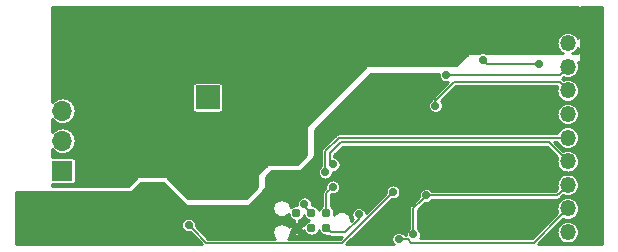
<source format=gbl>
G04 #@! TF.GenerationSoftware,KiCad,Pcbnew,5.1.4+dfsg1-1*
G04 #@! TF.CreationDate,2020-04-13T22:05:46+02:00*
G04 #@! TF.ProjectId,OtterIron_PRO_Bot,4f747465-7249-4726-9f6e-5f50524f5f42,rev?*
G04 #@! TF.SameCoordinates,Original*
G04 #@! TF.FileFunction,Copper,L2,Bot*
G04 #@! TF.FilePolarity,Positive*
%FSLAX46Y46*%
G04 Gerber Fmt 4.6, Leading zero omitted, Abs format (unit mm)*
G04 Created by KiCad (PCBNEW 5.1.4+dfsg1-1) date 2020-04-13 22:05:46*
%MOMM*%
%LPD*%
G04 APERTURE LIST*
%ADD10O,1.350000X1.350000*%
%ADD11R,1.350000X1.350000*%
%ADD12O,1.700000X1.700000*%
%ADD13R,1.700000X1.700000*%
%ADD14C,0.784860*%
%ADD15C,2.000000*%
%ADD16R,2.000000X2.000000*%
%ADD17C,0.700000*%
%ADD18C,0.154000*%
%ADD19C,0.254000*%
G04 APERTURE END LIST*
D10*
X96900000Y-119000000D03*
X96900000Y-117000000D03*
X96900000Y-115000000D03*
X96900000Y-113000000D03*
X96900000Y-111000000D03*
X96900000Y-109000000D03*
X96900000Y-107000000D03*
X96900000Y-105000000D03*
X96900000Y-103000000D03*
D11*
X96900000Y-101000000D03*
D12*
X54100000Y-106180000D03*
X54100000Y-108720000D03*
X54100000Y-111260000D03*
D13*
X54100000Y-113800000D03*
D14*
X73930000Y-117365000D03*
X73930000Y-118635000D03*
X75200000Y-117365000D03*
X75200000Y-118635000D03*
X76470000Y-117365000D03*
X76470000Y-118635000D03*
D15*
X66400000Y-102600000D03*
D16*
X66400000Y-107600000D03*
D17*
X92300000Y-117600000D03*
X92300000Y-116700000D03*
X92300000Y-115100000D03*
X92300000Y-114100000D03*
X56300000Y-117600000D03*
X55200000Y-117600000D03*
X57200000Y-118700000D03*
X86700000Y-118100000D03*
X87600000Y-119100000D03*
X84700000Y-119300000D03*
X80400000Y-119500000D03*
X53300000Y-118700000D03*
X62100000Y-118300000D03*
X60800000Y-118300000D03*
X70025000Y-112025000D03*
X70875000Y-111175000D03*
X91200000Y-110200000D03*
X89700000Y-114100000D03*
X88750000Y-114250000D03*
X89250000Y-117450000D03*
X90700000Y-119050000D03*
X94300000Y-118250000D03*
X95350000Y-114850000D03*
X95650000Y-119250000D03*
X94900000Y-109750000D03*
X94800000Y-107050000D03*
X92700000Y-107700000D03*
X90500000Y-107750000D03*
X89250000Y-108950000D03*
X87900000Y-107650000D03*
X86600000Y-109800000D03*
X84600000Y-112100000D03*
X81150000Y-112200000D03*
X81100000Y-115350000D03*
X85600000Y-114700000D03*
X82350000Y-107950000D03*
X83650000Y-107100000D03*
X79450000Y-109600000D03*
X77200000Y-110300000D03*
X75500000Y-113450000D03*
X74850000Y-115000000D03*
X72250000Y-114750000D03*
X69150000Y-117450000D03*
X65900000Y-117500000D03*
X62400000Y-115400000D03*
X60700000Y-115500000D03*
X50950000Y-116200000D03*
X51000000Y-119250000D03*
X70700000Y-118950000D03*
X79200000Y-119500000D03*
X94500000Y-104800000D03*
X89700000Y-104400000D03*
X79200000Y-117500000D03*
X76364124Y-113935876D03*
X77035876Y-113264124D03*
X82600000Y-119600000D03*
X74600000Y-116600000D03*
X77000000Y-115175998D03*
X86600000Y-105700000D03*
X64800000Y-118400000D03*
X82100002Y-115600000D03*
X84900000Y-115900000D03*
X83831010Y-119200000D03*
X85700000Y-108300000D03*
D18*
X94500000Y-104800000D02*
X90100000Y-104800000D01*
X90100000Y-104800000D02*
X89700000Y-104400000D01*
X76862429Y-119027429D02*
X78072571Y-119027429D01*
X76470000Y-118635000D02*
X76862429Y-119027429D01*
X78072571Y-119027429D02*
X79200000Y-117900000D01*
X79200000Y-117900000D02*
X79200000Y-117500000D01*
X76364124Y-112150204D02*
X77514328Y-111000000D01*
X95304000Y-111000000D02*
X96900000Y-111000000D01*
X77514328Y-111000000D02*
X95304000Y-111000000D01*
X76364124Y-113935876D02*
X76364124Y-112150204D01*
X77681672Y-111404000D02*
X95304000Y-111404000D01*
X76768124Y-112317548D02*
X77681672Y-111404000D01*
X95304000Y-111404000D02*
X96900000Y-113000000D01*
X77035876Y-113264124D02*
X76768124Y-112996372D01*
X76768124Y-112996372D02*
X76768124Y-112317548D01*
X96225001Y-117674999D02*
X96900000Y-117000000D01*
X94018999Y-119881001D02*
X96225001Y-117674999D01*
X83652129Y-119881001D02*
X94018999Y-119881001D01*
X82600000Y-119600000D02*
X83371128Y-119600000D01*
X83371128Y-119600000D02*
X83652129Y-119881001D01*
X75200000Y-117365000D02*
X74600000Y-116765000D01*
X74600000Y-116765000D02*
X74600000Y-116600000D01*
X76470000Y-117365000D02*
X76470000Y-115705998D01*
X76470000Y-115705998D02*
X77000000Y-115175998D01*
X96200000Y-105700000D02*
X96900000Y-105000000D01*
X86600000Y-105700000D02*
X96200000Y-105700000D01*
X81750003Y-115949999D02*
X82100002Y-115600000D01*
X77700000Y-119900000D02*
X77800002Y-119900000D01*
X77800002Y-119900000D02*
X81750003Y-115949999D01*
X65149999Y-118749999D02*
X64800000Y-118400000D01*
X77800000Y-119900000D02*
X66300000Y-119900000D01*
X66300000Y-119900000D02*
X65149999Y-118749999D01*
X83831010Y-119200000D02*
X83831010Y-116968990D01*
X84550001Y-116249999D02*
X84900000Y-115900000D01*
X83831010Y-116968990D02*
X84550001Y-116249999D01*
X96225001Y-115674999D02*
X96900000Y-115000000D01*
X84900000Y-115900000D02*
X96000000Y-115900000D01*
X96000000Y-115900000D02*
X96225001Y-115674999D01*
X96200000Y-106300000D02*
X96900000Y-107000000D01*
X87300000Y-106300000D02*
X96200000Y-106300000D01*
X85700000Y-108300000D02*
X85700000Y-107900000D01*
X85700000Y-107900000D02*
X87300000Y-106300000D01*
D19*
G36*
X97773000Y-102605254D02*
G01*
X97698730Y-102466305D01*
X97579264Y-102320736D01*
X97433695Y-102201270D01*
X97267615Y-102112498D01*
X97087409Y-102057833D01*
X96946959Y-102044000D01*
X96853041Y-102044000D01*
X96712591Y-102057833D01*
X96532385Y-102112498D01*
X96366305Y-102201270D01*
X96220736Y-102320736D01*
X96101270Y-102466305D01*
X96012498Y-102632385D01*
X95957833Y-102812591D01*
X95939375Y-103000000D01*
X95957833Y-103187409D01*
X96012498Y-103367615D01*
X96101270Y-103533695D01*
X96220736Y-103679264D01*
X96366305Y-103798730D01*
X96505254Y-103873000D01*
X90047059Y-103873000D01*
X89998891Y-103840815D01*
X89884056Y-103793249D01*
X89762148Y-103769000D01*
X89637852Y-103769000D01*
X89515944Y-103793249D01*
X89401109Y-103840815D01*
X89352941Y-103873000D01*
X88500000Y-103873000D01*
X88475224Y-103875440D01*
X88451399Y-103882667D01*
X88429443Y-103894403D01*
X88410197Y-103910197D01*
X87447394Y-104873000D01*
X79900000Y-104873000D01*
X79875224Y-104875440D01*
X79851399Y-104882667D01*
X79829443Y-104894403D01*
X79810197Y-104910197D01*
X74810197Y-109910197D01*
X74794403Y-109929443D01*
X74782667Y-109951399D01*
X74775440Y-109975224D01*
X74773000Y-110000000D01*
X74773000Y-112447394D01*
X73947394Y-113273000D01*
X71500000Y-113273000D01*
X71475224Y-113275440D01*
X71451399Y-113282667D01*
X71429443Y-113294403D01*
X71410197Y-113310197D01*
X70610197Y-114110197D01*
X70594403Y-114129443D01*
X70582667Y-114151399D01*
X70575440Y-114175224D01*
X70573000Y-114200000D01*
X70573000Y-115147394D01*
X69647394Y-116073000D01*
X64752606Y-116073000D01*
X62989803Y-114310197D01*
X62970557Y-114294403D01*
X62948601Y-114282667D01*
X62924776Y-114275440D01*
X62900000Y-114273000D01*
X60500000Y-114273000D01*
X60475224Y-114275440D01*
X60451399Y-114282667D01*
X60429443Y-114294403D01*
X60410197Y-114310197D01*
X59647394Y-115073000D01*
X53227000Y-115073000D01*
X53227000Y-114930094D01*
X53250000Y-114932359D01*
X54950000Y-114932359D01*
X55005086Y-114926934D01*
X55058054Y-114910866D01*
X55106870Y-114884773D01*
X55149658Y-114849658D01*
X55184773Y-114806870D01*
X55210866Y-114758054D01*
X55226934Y-114705086D01*
X55232359Y-114650000D01*
X55232359Y-112950000D01*
X55226934Y-112894914D01*
X55210866Y-112841946D01*
X55184773Y-112793130D01*
X55149658Y-112750342D01*
X55106870Y-112715227D01*
X55058054Y-112689134D01*
X55005086Y-112673066D01*
X54950000Y-112667641D01*
X53250000Y-112667641D01*
X53227000Y-112669906D01*
X53227000Y-111979051D01*
X53296393Y-112063607D01*
X53468610Y-112204942D01*
X53665091Y-112309963D01*
X53878285Y-112374635D01*
X54044442Y-112391000D01*
X54155558Y-112391000D01*
X54321715Y-112374635D01*
X54534909Y-112309963D01*
X54731390Y-112204942D01*
X54903607Y-112063607D01*
X55044942Y-111891390D01*
X55149963Y-111694909D01*
X55214635Y-111481715D01*
X55236472Y-111260000D01*
X55214635Y-111038285D01*
X55149963Y-110825091D01*
X55044942Y-110628610D01*
X54903607Y-110456393D01*
X54731390Y-110315058D01*
X54534909Y-110210037D01*
X54321715Y-110145365D01*
X54155558Y-110129000D01*
X54044442Y-110129000D01*
X53878285Y-110145365D01*
X53665091Y-110210037D01*
X53468610Y-110315058D01*
X53296393Y-110456393D01*
X53227000Y-110540949D01*
X53227000Y-109439051D01*
X53296393Y-109523607D01*
X53468610Y-109664942D01*
X53665091Y-109769963D01*
X53878285Y-109834635D01*
X54044442Y-109851000D01*
X54155558Y-109851000D01*
X54321715Y-109834635D01*
X54534909Y-109769963D01*
X54731390Y-109664942D01*
X54903607Y-109523607D01*
X55044942Y-109351390D01*
X55149963Y-109154909D01*
X55214635Y-108941715D01*
X55236472Y-108720000D01*
X55214635Y-108498285D01*
X55149963Y-108285091D01*
X55044942Y-108088610D01*
X54903607Y-107916393D01*
X54731390Y-107775058D01*
X54534909Y-107670037D01*
X54321715Y-107605365D01*
X54155558Y-107589000D01*
X54044442Y-107589000D01*
X53878285Y-107605365D01*
X53665091Y-107670037D01*
X53468610Y-107775058D01*
X53296393Y-107916393D01*
X53227000Y-108000949D01*
X53227000Y-106600000D01*
X65117641Y-106600000D01*
X65117641Y-108600000D01*
X65123066Y-108655086D01*
X65139134Y-108708054D01*
X65165227Y-108756870D01*
X65200342Y-108799658D01*
X65243130Y-108834773D01*
X65291946Y-108860866D01*
X65344914Y-108876934D01*
X65400000Y-108882359D01*
X67400000Y-108882359D01*
X67455086Y-108876934D01*
X67508054Y-108860866D01*
X67556870Y-108834773D01*
X67599658Y-108799658D01*
X67634773Y-108756870D01*
X67660866Y-108708054D01*
X67676934Y-108655086D01*
X67682359Y-108600000D01*
X67682359Y-106600000D01*
X67676934Y-106544914D01*
X67660866Y-106491946D01*
X67634773Y-106443130D01*
X67599658Y-106400342D01*
X67556870Y-106365227D01*
X67508054Y-106339134D01*
X67455086Y-106323066D01*
X67400000Y-106317641D01*
X65400000Y-106317641D01*
X65344914Y-106323066D01*
X65291946Y-106339134D01*
X65243130Y-106365227D01*
X65200342Y-106400342D01*
X65165227Y-106443130D01*
X65139134Y-106491946D01*
X65123066Y-106544914D01*
X65117641Y-106600000D01*
X53227000Y-106600000D01*
X53227000Y-99952000D01*
X97773000Y-99952000D01*
X97773000Y-102605254D01*
X97773000Y-102605254D01*
G37*
X97773000Y-102605254D02*
X97698730Y-102466305D01*
X97579264Y-102320736D01*
X97433695Y-102201270D01*
X97267615Y-102112498D01*
X97087409Y-102057833D01*
X96946959Y-102044000D01*
X96853041Y-102044000D01*
X96712591Y-102057833D01*
X96532385Y-102112498D01*
X96366305Y-102201270D01*
X96220736Y-102320736D01*
X96101270Y-102466305D01*
X96012498Y-102632385D01*
X95957833Y-102812591D01*
X95939375Y-103000000D01*
X95957833Y-103187409D01*
X96012498Y-103367615D01*
X96101270Y-103533695D01*
X96220736Y-103679264D01*
X96366305Y-103798730D01*
X96505254Y-103873000D01*
X90047059Y-103873000D01*
X89998891Y-103840815D01*
X89884056Y-103793249D01*
X89762148Y-103769000D01*
X89637852Y-103769000D01*
X89515944Y-103793249D01*
X89401109Y-103840815D01*
X89352941Y-103873000D01*
X88500000Y-103873000D01*
X88475224Y-103875440D01*
X88451399Y-103882667D01*
X88429443Y-103894403D01*
X88410197Y-103910197D01*
X87447394Y-104873000D01*
X79900000Y-104873000D01*
X79875224Y-104875440D01*
X79851399Y-104882667D01*
X79829443Y-104894403D01*
X79810197Y-104910197D01*
X74810197Y-109910197D01*
X74794403Y-109929443D01*
X74782667Y-109951399D01*
X74775440Y-109975224D01*
X74773000Y-110000000D01*
X74773000Y-112447394D01*
X73947394Y-113273000D01*
X71500000Y-113273000D01*
X71475224Y-113275440D01*
X71451399Y-113282667D01*
X71429443Y-113294403D01*
X71410197Y-113310197D01*
X70610197Y-114110197D01*
X70594403Y-114129443D01*
X70582667Y-114151399D01*
X70575440Y-114175224D01*
X70573000Y-114200000D01*
X70573000Y-115147394D01*
X69647394Y-116073000D01*
X64752606Y-116073000D01*
X62989803Y-114310197D01*
X62970557Y-114294403D01*
X62948601Y-114282667D01*
X62924776Y-114275440D01*
X62900000Y-114273000D01*
X60500000Y-114273000D01*
X60475224Y-114275440D01*
X60451399Y-114282667D01*
X60429443Y-114294403D01*
X60410197Y-114310197D01*
X59647394Y-115073000D01*
X53227000Y-115073000D01*
X53227000Y-114930094D01*
X53250000Y-114932359D01*
X54950000Y-114932359D01*
X55005086Y-114926934D01*
X55058054Y-114910866D01*
X55106870Y-114884773D01*
X55149658Y-114849658D01*
X55184773Y-114806870D01*
X55210866Y-114758054D01*
X55226934Y-114705086D01*
X55232359Y-114650000D01*
X55232359Y-112950000D01*
X55226934Y-112894914D01*
X55210866Y-112841946D01*
X55184773Y-112793130D01*
X55149658Y-112750342D01*
X55106870Y-112715227D01*
X55058054Y-112689134D01*
X55005086Y-112673066D01*
X54950000Y-112667641D01*
X53250000Y-112667641D01*
X53227000Y-112669906D01*
X53227000Y-111979051D01*
X53296393Y-112063607D01*
X53468610Y-112204942D01*
X53665091Y-112309963D01*
X53878285Y-112374635D01*
X54044442Y-112391000D01*
X54155558Y-112391000D01*
X54321715Y-112374635D01*
X54534909Y-112309963D01*
X54731390Y-112204942D01*
X54903607Y-112063607D01*
X55044942Y-111891390D01*
X55149963Y-111694909D01*
X55214635Y-111481715D01*
X55236472Y-111260000D01*
X55214635Y-111038285D01*
X55149963Y-110825091D01*
X55044942Y-110628610D01*
X54903607Y-110456393D01*
X54731390Y-110315058D01*
X54534909Y-110210037D01*
X54321715Y-110145365D01*
X54155558Y-110129000D01*
X54044442Y-110129000D01*
X53878285Y-110145365D01*
X53665091Y-110210037D01*
X53468610Y-110315058D01*
X53296393Y-110456393D01*
X53227000Y-110540949D01*
X53227000Y-109439051D01*
X53296393Y-109523607D01*
X53468610Y-109664942D01*
X53665091Y-109769963D01*
X53878285Y-109834635D01*
X54044442Y-109851000D01*
X54155558Y-109851000D01*
X54321715Y-109834635D01*
X54534909Y-109769963D01*
X54731390Y-109664942D01*
X54903607Y-109523607D01*
X55044942Y-109351390D01*
X55149963Y-109154909D01*
X55214635Y-108941715D01*
X55236472Y-108720000D01*
X55214635Y-108498285D01*
X55149963Y-108285091D01*
X55044942Y-108088610D01*
X54903607Y-107916393D01*
X54731390Y-107775058D01*
X54534909Y-107670037D01*
X54321715Y-107605365D01*
X54155558Y-107589000D01*
X54044442Y-107589000D01*
X53878285Y-107605365D01*
X53665091Y-107670037D01*
X53468610Y-107775058D01*
X53296393Y-107916393D01*
X53227000Y-108000949D01*
X53227000Y-106600000D01*
X65117641Y-106600000D01*
X65117641Y-108600000D01*
X65123066Y-108655086D01*
X65139134Y-108708054D01*
X65165227Y-108756870D01*
X65200342Y-108799658D01*
X65243130Y-108834773D01*
X65291946Y-108860866D01*
X65344914Y-108876934D01*
X65400000Y-108882359D01*
X67400000Y-108882359D01*
X67455086Y-108876934D01*
X67508054Y-108860866D01*
X67556870Y-108834773D01*
X67599658Y-108799658D01*
X67634773Y-108756870D01*
X67660866Y-108708054D01*
X67676934Y-108655086D01*
X67682359Y-108600000D01*
X67682359Y-106600000D01*
X67676934Y-106544914D01*
X67660866Y-106491946D01*
X67634773Y-106443130D01*
X67599658Y-106400342D01*
X67556870Y-106365227D01*
X67508054Y-106339134D01*
X67455086Y-106323066D01*
X67400000Y-106317641D01*
X65400000Y-106317641D01*
X65344914Y-106323066D01*
X65291946Y-106339134D01*
X65243130Y-106365227D01*
X65200342Y-106400342D01*
X65165227Y-106443130D01*
X65139134Y-106491946D01*
X65123066Y-106544914D01*
X65117641Y-106600000D01*
X53227000Y-106600000D01*
X53227000Y-99952000D01*
X97773000Y-99952000D01*
X97773000Y-102605254D01*
G36*
X97773000Y-103873000D02*
G01*
X97294746Y-103873000D01*
X97433695Y-103798730D01*
X97579264Y-103679264D01*
X97698730Y-103533695D01*
X97773000Y-103394746D01*
X97773000Y-103873000D01*
X97773000Y-103873000D01*
G37*
X97773000Y-103873000D02*
X97294746Y-103873000D01*
X97433695Y-103798730D01*
X97579264Y-103679264D01*
X97698730Y-103533695D01*
X97773000Y-103394746D01*
X97773000Y-103873000D01*
G36*
X99798000Y-120048000D02*
G01*
X94358288Y-120048000D01*
X95406288Y-119000000D01*
X95939375Y-119000000D01*
X95957833Y-119187409D01*
X96012498Y-119367615D01*
X96101270Y-119533695D01*
X96220736Y-119679264D01*
X96366305Y-119798730D01*
X96532385Y-119887502D01*
X96712591Y-119942167D01*
X96853041Y-119956000D01*
X96946959Y-119956000D01*
X97087409Y-119942167D01*
X97267615Y-119887502D01*
X97433695Y-119798730D01*
X97579264Y-119679264D01*
X97698730Y-119533695D01*
X97787502Y-119367615D01*
X97842167Y-119187409D01*
X97860625Y-119000000D01*
X97842167Y-118812591D01*
X97787502Y-118632385D01*
X97698730Y-118466305D01*
X97579264Y-118320736D01*
X97433695Y-118201270D01*
X97267615Y-118112498D01*
X97087409Y-118057833D01*
X96946959Y-118044000D01*
X96853041Y-118044000D01*
X96712591Y-118057833D01*
X96532385Y-118112498D01*
X96366305Y-118201270D01*
X96220736Y-118320736D01*
X96101270Y-118466305D01*
X96012498Y-118632385D01*
X95957833Y-118812591D01*
X95939375Y-119000000D01*
X95406288Y-119000000D01*
X96490580Y-117915709D01*
X96490585Y-117915703D01*
X96523523Y-117882765D01*
X96532385Y-117887502D01*
X96712591Y-117942167D01*
X96853041Y-117956000D01*
X96946959Y-117956000D01*
X97087409Y-117942167D01*
X97267615Y-117887502D01*
X97433695Y-117798730D01*
X97579264Y-117679264D01*
X97698730Y-117533695D01*
X97787502Y-117367615D01*
X97842167Y-117187409D01*
X97860625Y-117000000D01*
X97842167Y-116812591D01*
X97787502Y-116632385D01*
X97698730Y-116466305D01*
X97579264Y-116320736D01*
X97433695Y-116201270D01*
X97267615Y-116112498D01*
X97087409Y-116057833D01*
X96946959Y-116044000D01*
X96853041Y-116044000D01*
X96712591Y-116057833D01*
X96532385Y-116112498D01*
X96366305Y-116201270D01*
X96220736Y-116320736D01*
X96101270Y-116466305D01*
X96012498Y-116632385D01*
X95957833Y-116812591D01*
X95939375Y-117000000D01*
X95957833Y-117187409D01*
X96012498Y-117367615D01*
X96017235Y-117376477D01*
X95984297Y-117409415D01*
X95984291Y-117409420D01*
X93870711Y-119523001D01*
X84374085Y-119523001D01*
X84390195Y-119498891D01*
X84437761Y-119384056D01*
X84462010Y-119262148D01*
X84462010Y-119137852D01*
X84437761Y-119015944D01*
X84390195Y-118901109D01*
X84321140Y-118797761D01*
X84233249Y-118709870D01*
X84189010Y-118680310D01*
X84189010Y-117117278D01*
X84785668Y-116520620D01*
X84837852Y-116531000D01*
X84962148Y-116531000D01*
X85084056Y-116506751D01*
X85198891Y-116459185D01*
X85302239Y-116390130D01*
X85390130Y-116302239D01*
X85419690Y-116258000D01*
X95982417Y-116258000D01*
X96000000Y-116259732D01*
X96017583Y-116258000D01*
X96017586Y-116258000D01*
X96070180Y-116252820D01*
X96137663Y-116232349D01*
X96199856Y-116199106D01*
X96254369Y-116154369D01*
X96265581Y-116140707D01*
X96523523Y-115882765D01*
X96532385Y-115887502D01*
X96712591Y-115942167D01*
X96853041Y-115956000D01*
X96946959Y-115956000D01*
X97087409Y-115942167D01*
X97267615Y-115887502D01*
X97433695Y-115798730D01*
X97579264Y-115679264D01*
X97698730Y-115533695D01*
X97787502Y-115367615D01*
X97842167Y-115187409D01*
X97860625Y-115000000D01*
X97842167Y-114812591D01*
X97787502Y-114632385D01*
X97698730Y-114466305D01*
X97579264Y-114320736D01*
X97433695Y-114201270D01*
X97267615Y-114112498D01*
X97087409Y-114057833D01*
X96946959Y-114044000D01*
X96853041Y-114044000D01*
X96712591Y-114057833D01*
X96532385Y-114112498D01*
X96366305Y-114201270D01*
X96220736Y-114320736D01*
X96101270Y-114466305D01*
X96012498Y-114632385D01*
X95957833Y-114812591D01*
X95939375Y-115000000D01*
X95957833Y-115187409D01*
X96012498Y-115367615D01*
X96017235Y-115376477D01*
X95851712Y-115542000D01*
X85419690Y-115542000D01*
X85390130Y-115497761D01*
X85302239Y-115409870D01*
X85198891Y-115340815D01*
X85084056Y-115293249D01*
X84962148Y-115269000D01*
X84837852Y-115269000D01*
X84715944Y-115293249D01*
X84601109Y-115340815D01*
X84497761Y-115409870D01*
X84409870Y-115497761D01*
X84340815Y-115601109D01*
X84293249Y-115715944D01*
X84269000Y-115837852D01*
X84269000Y-115962148D01*
X84279380Y-116014332D01*
X83590298Y-116703414D01*
X83576642Y-116714621D01*
X83565435Y-116728277D01*
X83565431Y-116728281D01*
X83531904Y-116769134D01*
X83498662Y-116831327D01*
X83478191Y-116898810D01*
X83471278Y-116968990D01*
X83473011Y-116986583D01*
X83473010Y-118680310D01*
X83428771Y-118709870D01*
X83340880Y-118797761D01*
X83271825Y-118901109D01*
X83224259Y-119015944D01*
X83200010Y-119137852D01*
X83200010Y-119242000D01*
X83119690Y-119242000D01*
X83090130Y-119197761D01*
X83002239Y-119109870D01*
X82898891Y-119040815D01*
X82784056Y-118993249D01*
X82662148Y-118969000D01*
X82537852Y-118969000D01*
X82415944Y-118993249D01*
X82301109Y-119040815D01*
X82197761Y-119109870D01*
X82109870Y-119197761D01*
X82040815Y-119301109D01*
X81993249Y-119415944D01*
X81969000Y-119537852D01*
X81969000Y-119662148D01*
X81993249Y-119784056D01*
X82040815Y-119898891D01*
X82109870Y-120002239D01*
X82155631Y-120048000D01*
X78158290Y-120048000D01*
X81985671Y-116220620D01*
X82037854Y-116231000D01*
X82162150Y-116231000D01*
X82284058Y-116206751D01*
X82398893Y-116159185D01*
X82502241Y-116090130D01*
X82590132Y-116002239D01*
X82659187Y-115898891D01*
X82706753Y-115784056D01*
X82731002Y-115662148D01*
X82731002Y-115537852D01*
X82706753Y-115415944D01*
X82659187Y-115301109D01*
X82590132Y-115197761D01*
X82502241Y-115109870D01*
X82398893Y-115040815D01*
X82284058Y-114993249D01*
X82162150Y-114969000D01*
X82037854Y-114969000D01*
X81915946Y-114993249D01*
X81801111Y-115040815D01*
X81697763Y-115109870D01*
X81609872Y-115197761D01*
X81540817Y-115301109D01*
X81493251Y-115415944D01*
X81469002Y-115537852D01*
X81469002Y-115662148D01*
X81479382Y-115714331D01*
X79818534Y-117375180D01*
X79806751Y-117315944D01*
X79759185Y-117201109D01*
X79690130Y-117097761D01*
X79602239Y-117009870D01*
X79498891Y-116940815D01*
X79384056Y-116893249D01*
X79262148Y-116869000D01*
X79137852Y-116869000D01*
X79015944Y-116893249D01*
X78901109Y-116940815D01*
X78797761Y-117009870D01*
X78709870Y-117097761D01*
X78640815Y-117201109D01*
X78593249Y-117315944D01*
X78569000Y-117437852D01*
X78569000Y-117562148D01*
X78593249Y-117684056D01*
X78640815Y-117798891D01*
X78702501Y-117891210D01*
X78514447Y-118079264D01*
X78515030Y-118076334D01*
X78515030Y-117923666D01*
X78485246Y-117773932D01*
X78426823Y-117632886D01*
X78342005Y-117505947D01*
X78234053Y-117397995D01*
X78107114Y-117313177D01*
X77966068Y-117254754D01*
X77816334Y-117224970D01*
X77663666Y-117224970D01*
X77513932Y-117254754D01*
X77372886Y-117313177D01*
X77245947Y-117397995D01*
X77137995Y-117505947D01*
X77124599Y-117525996D01*
X77143430Y-117431327D01*
X77143430Y-117298673D01*
X77117550Y-117168568D01*
X77066786Y-117046011D01*
X76993087Y-116935714D01*
X76899286Y-116841913D01*
X76828000Y-116794281D01*
X76828000Y-115854286D01*
X76885668Y-115796618D01*
X76937852Y-115806998D01*
X77062148Y-115806998D01*
X77184056Y-115782749D01*
X77298891Y-115735183D01*
X77402239Y-115666128D01*
X77490130Y-115578237D01*
X77559185Y-115474889D01*
X77606751Y-115360054D01*
X77631000Y-115238146D01*
X77631000Y-115113850D01*
X77606751Y-114991942D01*
X77559185Y-114877107D01*
X77490130Y-114773759D01*
X77402239Y-114685868D01*
X77298891Y-114616813D01*
X77184056Y-114569247D01*
X77062148Y-114544998D01*
X76937852Y-114544998D01*
X76815944Y-114569247D01*
X76701109Y-114616813D01*
X76597761Y-114685868D01*
X76509870Y-114773759D01*
X76440815Y-114877107D01*
X76393249Y-114991942D01*
X76369000Y-115113850D01*
X76369000Y-115238146D01*
X76379380Y-115290330D01*
X76229288Y-115440422D01*
X76215632Y-115451629D01*
X76204425Y-115465285D01*
X76204421Y-115465289D01*
X76170894Y-115506142D01*
X76137652Y-115568335D01*
X76117181Y-115635818D01*
X76110268Y-115705998D01*
X76112001Y-115723591D01*
X76112000Y-116794280D01*
X76040714Y-116841913D01*
X75946913Y-116935714D01*
X75873214Y-117046011D01*
X75835000Y-117138269D01*
X75796786Y-117046011D01*
X75723087Y-116935714D01*
X75629286Y-116841913D01*
X75518989Y-116768214D01*
X75396432Y-116717450D01*
X75266327Y-116691570D01*
X75225148Y-116691570D01*
X75231000Y-116662148D01*
X75231000Y-116537852D01*
X75206751Y-116415944D01*
X75159185Y-116301109D01*
X75090130Y-116197761D01*
X75002239Y-116109870D01*
X74898891Y-116040815D01*
X74784056Y-115993249D01*
X74662148Y-115969000D01*
X74537852Y-115969000D01*
X74415944Y-115993249D01*
X74301109Y-116040815D01*
X74197761Y-116109870D01*
X74109870Y-116197761D01*
X74040815Y-116301109D01*
X73993249Y-116415944D01*
X73969000Y-116537852D01*
X73969000Y-116662148D01*
X73974852Y-116691570D01*
X73863673Y-116691570D01*
X73733568Y-116717450D01*
X73611011Y-116768214D01*
X73500714Y-116841913D01*
X73433760Y-116908867D01*
X73433760Y-116907791D01*
X73404025Y-116758303D01*
X73345697Y-116617487D01*
X73261019Y-116490757D01*
X73153243Y-116382981D01*
X73026513Y-116298303D01*
X72885697Y-116239975D01*
X72736209Y-116210240D01*
X72583791Y-116210240D01*
X72434303Y-116239975D01*
X72293487Y-116298303D01*
X72166757Y-116382981D01*
X72058981Y-116490757D01*
X71974303Y-116617487D01*
X71915975Y-116758303D01*
X71886240Y-116907791D01*
X71886240Y-117060209D01*
X71915975Y-117209697D01*
X71974303Y-117350513D01*
X72058981Y-117477243D01*
X72166757Y-117585019D01*
X72293487Y-117669697D01*
X72434303Y-117728025D01*
X72583791Y-117757760D01*
X72736209Y-117757760D01*
X72885697Y-117728025D01*
X73026513Y-117669697D01*
X73153243Y-117585019D01*
X73261019Y-117477243D01*
X73264629Y-117471841D01*
X73282450Y-117561432D01*
X73333214Y-117683989D01*
X73406913Y-117794286D01*
X73500714Y-117888087D01*
X73611011Y-117961786D01*
X73707099Y-118001586D01*
X73687875Y-118007418D01*
X73643560Y-118103901D01*
X73930000Y-118390341D01*
X74216440Y-118103901D01*
X74172125Y-118007418D01*
X74152162Y-118001892D01*
X74248989Y-117961786D01*
X74359286Y-117888087D01*
X74453087Y-117794286D01*
X74526786Y-117683989D01*
X74565000Y-117591731D01*
X74603214Y-117683989D01*
X74676913Y-117794286D01*
X74770714Y-117888087D01*
X74881011Y-117961786D01*
X74973269Y-118000000D01*
X74881011Y-118038214D01*
X74770714Y-118111913D01*
X74676913Y-118205714D01*
X74603214Y-118316011D01*
X74563414Y-118412099D01*
X74557582Y-118392875D01*
X74461099Y-118348560D01*
X74174659Y-118635000D01*
X74461099Y-118921440D01*
X74557582Y-118877125D01*
X74563108Y-118857162D01*
X74603214Y-118953989D01*
X74676913Y-119064286D01*
X74770714Y-119158087D01*
X74881011Y-119231786D01*
X75003568Y-119282550D01*
X75133673Y-119308430D01*
X75266327Y-119308430D01*
X75396432Y-119282550D01*
X75518989Y-119231786D01*
X75629286Y-119158087D01*
X75723087Y-119064286D01*
X75796786Y-118953989D01*
X75835000Y-118861731D01*
X75873214Y-118953989D01*
X75946913Y-119064286D01*
X76040714Y-119158087D01*
X76151011Y-119231786D01*
X76273568Y-119282550D01*
X76403673Y-119308430D01*
X76536327Y-119308430D01*
X76620186Y-119291749D01*
X76621716Y-119293005D01*
X76621719Y-119293008D01*
X76652013Y-119317869D01*
X76662573Y-119326535D01*
X76724766Y-119359778D01*
X76792249Y-119380249D01*
X76844843Y-119385429D01*
X76844853Y-119385429D01*
X76862428Y-119387160D01*
X76880004Y-119385429D01*
X77808285Y-119385429D01*
X77651714Y-119542000D01*
X73228262Y-119542000D01*
X73261019Y-119509243D01*
X73345697Y-119382513D01*
X73404025Y-119241697D01*
X73419062Y-119166099D01*
X73643560Y-119166099D01*
X73687875Y-119262582D01*
X73814962Y-119297760D01*
X73946471Y-119307468D01*
X74077346Y-119291333D01*
X74172125Y-119262582D01*
X74216440Y-119166099D01*
X73930000Y-118879659D01*
X73643560Y-119166099D01*
X73419062Y-119166099D01*
X73433760Y-119092209D01*
X73433760Y-118939791D01*
X73424932Y-118895409D01*
X73685341Y-118635000D01*
X73398901Y-118348560D01*
X73302418Y-118392875D01*
X73267240Y-118519962D01*
X73266435Y-118530863D01*
X73261019Y-118522757D01*
X73153243Y-118414981D01*
X73026513Y-118330303D01*
X72885697Y-118271975D01*
X72736209Y-118242240D01*
X72583791Y-118242240D01*
X72434303Y-118271975D01*
X72293487Y-118330303D01*
X72166757Y-118414981D01*
X72058981Y-118522757D01*
X71974303Y-118649487D01*
X71915975Y-118790303D01*
X71886240Y-118939791D01*
X71886240Y-119092209D01*
X71915975Y-119241697D01*
X71974303Y-119382513D01*
X72058981Y-119509243D01*
X72091738Y-119542000D01*
X66448289Y-119542000D01*
X65420620Y-118514332D01*
X65431000Y-118462148D01*
X65431000Y-118337852D01*
X65406751Y-118215944D01*
X65359185Y-118101109D01*
X65290130Y-117997761D01*
X65202239Y-117909870D01*
X65098891Y-117840815D01*
X64984056Y-117793249D01*
X64862148Y-117769000D01*
X64737852Y-117769000D01*
X64615944Y-117793249D01*
X64501109Y-117840815D01*
X64397761Y-117909870D01*
X64309870Y-117997761D01*
X64240815Y-118101109D01*
X64193249Y-118215944D01*
X64169000Y-118337852D01*
X64169000Y-118462148D01*
X64193249Y-118584056D01*
X64240815Y-118698891D01*
X64309870Y-118802239D01*
X64397761Y-118890130D01*
X64501109Y-118959185D01*
X64615944Y-119006751D01*
X64737852Y-119031000D01*
X64862148Y-119031000D01*
X64914332Y-119020620D01*
X65941711Y-120048000D01*
X50202000Y-120048000D01*
X50202000Y-115627000D01*
X59900000Y-115627000D01*
X59924776Y-115624560D01*
X59948601Y-115617333D01*
X59970557Y-115605597D01*
X59989803Y-115589803D01*
X60752606Y-114827000D01*
X62647394Y-114827000D01*
X64610197Y-116789803D01*
X64629443Y-116805597D01*
X64651399Y-116817333D01*
X64675224Y-116824560D01*
X64700000Y-116827000D01*
X69800000Y-116827000D01*
X69824776Y-116824560D01*
X69848601Y-116817333D01*
X69870557Y-116805597D01*
X69889803Y-116789803D01*
X71289803Y-115389803D01*
X71305597Y-115370557D01*
X71317333Y-115348601D01*
X71324560Y-115324776D01*
X71327000Y-115300000D01*
X71327000Y-114352606D01*
X71805878Y-113873728D01*
X75733124Y-113873728D01*
X75733124Y-113998024D01*
X75757373Y-114119932D01*
X75804939Y-114234767D01*
X75873994Y-114338115D01*
X75961885Y-114426006D01*
X76065233Y-114495061D01*
X76180068Y-114542627D01*
X76301976Y-114566876D01*
X76426272Y-114566876D01*
X76548180Y-114542627D01*
X76663015Y-114495061D01*
X76766363Y-114426006D01*
X76854254Y-114338115D01*
X76923309Y-114234767D01*
X76970875Y-114119932D01*
X76995124Y-113998024D01*
X76995124Y-113895124D01*
X77098024Y-113895124D01*
X77219932Y-113870875D01*
X77334767Y-113823309D01*
X77438115Y-113754254D01*
X77526006Y-113666363D01*
X77595061Y-113563015D01*
X77642627Y-113448180D01*
X77666876Y-113326272D01*
X77666876Y-113201976D01*
X77642627Y-113080068D01*
X77595061Y-112965233D01*
X77526006Y-112861885D01*
X77438115Y-112773994D01*
X77334767Y-112704939D01*
X77219932Y-112657373D01*
X77126124Y-112638713D01*
X77126124Y-112465836D01*
X77829961Y-111762000D01*
X95155712Y-111762000D01*
X96017235Y-112623523D01*
X96012498Y-112632385D01*
X95957833Y-112812591D01*
X95939375Y-113000000D01*
X95957833Y-113187409D01*
X96012498Y-113367615D01*
X96101270Y-113533695D01*
X96220736Y-113679264D01*
X96366305Y-113798730D01*
X96532385Y-113887502D01*
X96712591Y-113942167D01*
X96853041Y-113956000D01*
X96946959Y-113956000D01*
X97087409Y-113942167D01*
X97267615Y-113887502D01*
X97433695Y-113798730D01*
X97579264Y-113679264D01*
X97698730Y-113533695D01*
X97787502Y-113367615D01*
X97842167Y-113187409D01*
X97860625Y-113000000D01*
X97842167Y-112812591D01*
X97787502Y-112632385D01*
X97698730Y-112466305D01*
X97579264Y-112320736D01*
X97433695Y-112201270D01*
X97267615Y-112112498D01*
X97087409Y-112057833D01*
X96946959Y-112044000D01*
X96853041Y-112044000D01*
X96712591Y-112057833D01*
X96532385Y-112112498D01*
X96523523Y-112117235D01*
X95764288Y-111358000D01*
X96009581Y-111358000D01*
X96012498Y-111367615D01*
X96101270Y-111533695D01*
X96220736Y-111679264D01*
X96366305Y-111798730D01*
X96532385Y-111887502D01*
X96712591Y-111942167D01*
X96853041Y-111956000D01*
X96946959Y-111956000D01*
X97087409Y-111942167D01*
X97267615Y-111887502D01*
X97433695Y-111798730D01*
X97579264Y-111679264D01*
X97698730Y-111533695D01*
X97787502Y-111367615D01*
X97842167Y-111187409D01*
X97860625Y-111000000D01*
X97842167Y-110812591D01*
X97787502Y-110632385D01*
X97698730Y-110466305D01*
X97579264Y-110320736D01*
X97433695Y-110201270D01*
X97267615Y-110112498D01*
X97087409Y-110057833D01*
X96946959Y-110044000D01*
X96853041Y-110044000D01*
X96712591Y-110057833D01*
X96532385Y-110112498D01*
X96366305Y-110201270D01*
X96220736Y-110320736D01*
X96101270Y-110466305D01*
X96012498Y-110632385D01*
X96009581Y-110642000D01*
X77531910Y-110642000D01*
X77514327Y-110640268D01*
X77496744Y-110642000D01*
X77496742Y-110642000D01*
X77444148Y-110647180D01*
X77376665Y-110667651D01*
X77347714Y-110683126D01*
X77314471Y-110700894D01*
X77273618Y-110734421D01*
X77273615Y-110734424D01*
X77259959Y-110745631D01*
X77248752Y-110759287D01*
X76123412Y-111884628D01*
X76109756Y-111895835D01*
X76098549Y-111909491D01*
X76098545Y-111909495D01*
X76065018Y-111950348D01*
X76031776Y-112012541D01*
X76011305Y-112080024D01*
X76004392Y-112150204D01*
X76006125Y-112167797D01*
X76006124Y-113416186D01*
X75961885Y-113445746D01*
X75873994Y-113533637D01*
X75804939Y-113636985D01*
X75757373Y-113751820D01*
X75733124Y-113873728D01*
X71805878Y-113873728D01*
X71852606Y-113827000D01*
X74200000Y-113827000D01*
X74224776Y-113824560D01*
X74248601Y-113817333D01*
X74270557Y-113805597D01*
X74289803Y-113789803D01*
X75489803Y-112589803D01*
X75505597Y-112570557D01*
X75517333Y-112548601D01*
X75524560Y-112524776D01*
X75527000Y-112500000D01*
X75527000Y-110352606D01*
X76879606Y-109000000D01*
X95939375Y-109000000D01*
X95957833Y-109187409D01*
X96012498Y-109367615D01*
X96101270Y-109533695D01*
X96220736Y-109679264D01*
X96366305Y-109798730D01*
X96532385Y-109887502D01*
X96712591Y-109942167D01*
X96853041Y-109956000D01*
X96946959Y-109956000D01*
X97087409Y-109942167D01*
X97267615Y-109887502D01*
X97433695Y-109798730D01*
X97579264Y-109679264D01*
X97698730Y-109533695D01*
X97787502Y-109367615D01*
X97842167Y-109187409D01*
X97860625Y-109000000D01*
X97842167Y-108812591D01*
X97787502Y-108632385D01*
X97698730Y-108466305D01*
X97579264Y-108320736D01*
X97433695Y-108201270D01*
X97267615Y-108112498D01*
X97087409Y-108057833D01*
X96946959Y-108044000D01*
X96853041Y-108044000D01*
X96712591Y-108057833D01*
X96532385Y-108112498D01*
X96366305Y-108201270D01*
X96220736Y-108320736D01*
X96101270Y-108466305D01*
X96012498Y-108632385D01*
X95957833Y-108812591D01*
X95939375Y-109000000D01*
X76879606Y-109000000D01*
X80252606Y-105627000D01*
X85971159Y-105627000D01*
X85969000Y-105637852D01*
X85969000Y-105762148D01*
X85993249Y-105884056D01*
X86040815Y-105998891D01*
X86109870Y-106102239D01*
X86197761Y-106190130D01*
X86301109Y-106259185D01*
X86415944Y-106306751D01*
X86537852Y-106331000D01*
X86662148Y-106331000D01*
X86784056Y-106306751D01*
X86789015Y-106304697D01*
X85459288Y-107634424D01*
X85445632Y-107645631D01*
X85434425Y-107659287D01*
X85434421Y-107659291D01*
X85400894Y-107700144D01*
X85367652Y-107762337D01*
X85367335Y-107763382D01*
X85297761Y-107809870D01*
X85209870Y-107897761D01*
X85140815Y-108001109D01*
X85093249Y-108115944D01*
X85069000Y-108237852D01*
X85069000Y-108362148D01*
X85093249Y-108484056D01*
X85140815Y-108598891D01*
X85209870Y-108702239D01*
X85297761Y-108790130D01*
X85401109Y-108859185D01*
X85515944Y-108906751D01*
X85637852Y-108931000D01*
X85762148Y-108931000D01*
X85884056Y-108906751D01*
X85998891Y-108859185D01*
X86102239Y-108790130D01*
X86190130Y-108702239D01*
X86259185Y-108598891D01*
X86306751Y-108484056D01*
X86331000Y-108362148D01*
X86331000Y-108237852D01*
X86306751Y-108115944D01*
X86259185Y-108001109D01*
X86197499Y-107908789D01*
X87448288Y-106658000D01*
X96004728Y-106658000D01*
X95957833Y-106812591D01*
X95939375Y-107000000D01*
X95957833Y-107187409D01*
X96012498Y-107367615D01*
X96101270Y-107533695D01*
X96220736Y-107679264D01*
X96366305Y-107798730D01*
X96532385Y-107887502D01*
X96712591Y-107942167D01*
X96853041Y-107956000D01*
X96946959Y-107956000D01*
X97087409Y-107942167D01*
X97267615Y-107887502D01*
X97433695Y-107798730D01*
X97579264Y-107679264D01*
X97698730Y-107533695D01*
X97787502Y-107367615D01*
X97842167Y-107187409D01*
X97860625Y-107000000D01*
X97842167Y-106812591D01*
X97787502Y-106632385D01*
X97698730Y-106466305D01*
X97579264Y-106320736D01*
X97433695Y-106201270D01*
X97267615Y-106112498D01*
X97087409Y-106057833D01*
X96946959Y-106044000D01*
X96853041Y-106044000D01*
X96712591Y-106057833D01*
X96532385Y-106112498D01*
X96523523Y-106117235D01*
X96465581Y-106059293D01*
X96454369Y-106045631D01*
X96399856Y-106000894D01*
X96398183Y-106000000D01*
X96399856Y-105999106D01*
X96454369Y-105954369D01*
X96465581Y-105940707D01*
X96523523Y-105882765D01*
X96532385Y-105887502D01*
X96712591Y-105942167D01*
X96853041Y-105956000D01*
X96946959Y-105956000D01*
X97087409Y-105942167D01*
X97267615Y-105887502D01*
X97433695Y-105798730D01*
X97579264Y-105679264D01*
X97698730Y-105533695D01*
X97787502Y-105367615D01*
X97842167Y-105187409D01*
X97860625Y-105000000D01*
X97842167Y-104812591D01*
X97787502Y-104632385D01*
X97784624Y-104627000D01*
X97900000Y-104627000D01*
X97924776Y-104624560D01*
X97948601Y-104617333D01*
X97970557Y-104605597D01*
X97989803Y-104589803D01*
X98005597Y-104570557D01*
X98017333Y-104548601D01*
X98024560Y-104524776D01*
X98027000Y-104500000D01*
X98027000Y-99952000D01*
X99798001Y-99952000D01*
X99798000Y-120048000D01*
X99798000Y-120048000D01*
G37*
X99798000Y-120048000D02*
X94358288Y-120048000D01*
X95406288Y-119000000D01*
X95939375Y-119000000D01*
X95957833Y-119187409D01*
X96012498Y-119367615D01*
X96101270Y-119533695D01*
X96220736Y-119679264D01*
X96366305Y-119798730D01*
X96532385Y-119887502D01*
X96712591Y-119942167D01*
X96853041Y-119956000D01*
X96946959Y-119956000D01*
X97087409Y-119942167D01*
X97267615Y-119887502D01*
X97433695Y-119798730D01*
X97579264Y-119679264D01*
X97698730Y-119533695D01*
X97787502Y-119367615D01*
X97842167Y-119187409D01*
X97860625Y-119000000D01*
X97842167Y-118812591D01*
X97787502Y-118632385D01*
X97698730Y-118466305D01*
X97579264Y-118320736D01*
X97433695Y-118201270D01*
X97267615Y-118112498D01*
X97087409Y-118057833D01*
X96946959Y-118044000D01*
X96853041Y-118044000D01*
X96712591Y-118057833D01*
X96532385Y-118112498D01*
X96366305Y-118201270D01*
X96220736Y-118320736D01*
X96101270Y-118466305D01*
X96012498Y-118632385D01*
X95957833Y-118812591D01*
X95939375Y-119000000D01*
X95406288Y-119000000D01*
X96490580Y-117915709D01*
X96490585Y-117915703D01*
X96523523Y-117882765D01*
X96532385Y-117887502D01*
X96712591Y-117942167D01*
X96853041Y-117956000D01*
X96946959Y-117956000D01*
X97087409Y-117942167D01*
X97267615Y-117887502D01*
X97433695Y-117798730D01*
X97579264Y-117679264D01*
X97698730Y-117533695D01*
X97787502Y-117367615D01*
X97842167Y-117187409D01*
X97860625Y-117000000D01*
X97842167Y-116812591D01*
X97787502Y-116632385D01*
X97698730Y-116466305D01*
X97579264Y-116320736D01*
X97433695Y-116201270D01*
X97267615Y-116112498D01*
X97087409Y-116057833D01*
X96946959Y-116044000D01*
X96853041Y-116044000D01*
X96712591Y-116057833D01*
X96532385Y-116112498D01*
X96366305Y-116201270D01*
X96220736Y-116320736D01*
X96101270Y-116466305D01*
X96012498Y-116632385D01*
X95957833Y-116812591D01*
X95939375Y-117000000D01*
X95957833Y-117187409D01*
X96012498Y-117367615D01*
X96017235Y-117376477D01*
X95984297Y-117409415D01*
X95984291Y-117409420D01*
X93870711Y-119523001D01*
X84374085Y-119523001D01*
X84390195Y-119498891D01*
X84437761Y-119384056D01*
X84462010Y-119262148D01*
X84462010Y-119137852D01*
X84437761Y-119015944D01*
X84390195Y-118901109D01*
X84321140Y-118797761D01*
X84233249Y-118709870D01*
X84189010Y-118680310D01*
X84189010Y-117117278D01*
X84785668Y-116520620D01*
X84837852Y-116531000D01*
X84962148Y-116531000D01*
X85084056Y-116506751D01*
X85198891Y-116459185D01*
X85302239Y-116390130D01*
X85390130Y-116302239D01*
X85419690Y-116258000D01*
X95982417Y-116258000D01*
X96000000Y-116259732D01*
X96017583Y-116258000D01*
X96017586Y-116258000D01*
X96070180Y-116252820D01*
X96137663Y-116232349D01*
X96199856Y-116199106D01*
X96254369Y-116154369D01*
X96265581Y-116140707D01*
X96523523Y-115882765D01*
X96532385Y-115887502D01*
X96712591Y-115942167D01*
X96853041Y-115956000D01*
X96946959Y-115956000D01*
X97087409Y-115942167D01*
X97267615Y-115887502D01*
X97433695Y-115798730D01*
X97579264Y-115679264D01*
X97698730Y-115533695D01*
X97787502Y-115367615D01*
X97842167Y-115187409D01*
X97860625Y-115000000D01*
X97842167Y-114812591D01*
X97787502Y-114632385D01*
X97698730Y-114466305D01*
X97579264Y-114320736D01*
X97433695Y-114201270D01*
X97267615Y-114112498D01*
X97087409Y-114057833D01*
X96946959Y-114044000D01*
X96853041Y-114044000D01*
X96712591Y-114057833D01*
X96532385Y-114112498D01*
X96366305Y-114201270D01*
X96220736Y-114320736D01*
X96101270Y-114466305D01*
X96012498Y-114632385D01*
X95957833Y-114812591D01*
X95939375Y-115000000D01*
X95957833Y-115187409D01*
X96012498Y-115367615D01*
X96017235Y-115376477D01*
X95851712Y-115542000D01*
X85419690Y-115542000D01*
X85390130Y-115497761D01*
X85302239Y-115409870D01*
X85198891Y-115340815D01*
X85084056Y-115293249D01*
X84962148Y-115269000D01*
X84837852Y-115269000D01*
X84715944Y-115293249D01*
X84601109Y-115340815D01*
X84497761Y-115409870D01*
X84409870Y-115497761D01*
X84340815Y-115601109D01*
X84293249Y-115715944D01*
X84269000Y-115837852D01*
X84269000Y-115962148D01*
X84279380Y-116014332D01*
X83590298Y-116703414D01*
X83576642Y-116714621D01*
X83565435Y-116728277D01*
X83565431Y-116728281D01*
X83531904Y-116769134D01*
X83498662Y-116831327D01*
X83478191Y-116898810D01*
X83471278Y-116968990D01*
X83473011Y-116986583D01*
X83473010Y-118680310D01*
X83428771Y-118709870D01*
X83340880Y-118797761D01*
X83271825Y-118901109D01*
X83224259Y-119015944D01*
X83200010Y-119137852D01*
X83200010Y-119242000D01*
X83119690Y-119242000D01*
X83090130Y-119197761D01*
X83002239Y-119109870D01*
X82898891Y-119040815D01*
X82784056Y-118993249D01*
X82662148Y-118969000D01*
X82537852Y-118969000D01*
X82415944Y-118993249D01*
X82301109Y-119040815D01*
X82197761Y-119109870D01*
X82109870Y-119197761D01*
X82040815Y-119301109D01*
X81993249Y-119415944D01*
X81969000Y-119537852D01*
X81969000Y-119662148D01*
X81993249Y-119784056D01*
X82040815Y-119898891D01*
X82109870Y-120002239D01*
X82155631Y-120048000D01*
X78158290Y-120048000D01*
X81985671Y-116220620D01*
X82037854Y-116231000D01*
X82162150Y-116231000D01*
X82284058Y-116206751D01*
X82398893Y-116159185D01*
X82502241Y-116090130D01*
X82590132Y-116002239D01*
X82659187Y-115898891D01*
X82706753Y-115784056D01*
X82731002Y-115662148D01*
X82731002Y-115537852D01*
X82706753Y-115415944D01*
X82659187Y-115301109D01*
X82590132Y-115197761D01*
X82502241Y-115109870D01*
X82398893Y-115040815D01*
X82284058Y-114993249D01*
X82162150Y-114969000D01*
X82037854Y-114969000D01*
X81915946Y-114993249D01*
X81801111Y-115040815D01*
X81697763Y-115109870D01*
X81609872Y-115197761D01*
X81540817Y-115301109D01*
X81493251Y-115415944D01*
X81469002Y-115537852D01*
X81469002Y-115662148D01*
X81479382Y-115714331D01*
X79818534Y-117375180D01*
X79806751Y-117315944D01*
X79759185Y-117201109D01*
X79690130Y-117097761D01*
X79602239Y-117009870D01*
X79498891Y-116940815D01*
X79384056Y-116893249D01*
X79262148Y-116869000D01*
X79137852Y-116869000D01*
X79015944Y-116893249D01*
X78901109Y-116940815D01*
X78797761Y-117009870D01*
X78709870Y-117097761D01*
X78640815Y-117201109D01*
X78593249Y-117315944D01*
X78569000Y-117437852D01*
X78569000Y-117562148D01*
X78593249Y-117684056D01*
X78640815Y-117798891D01*
X78702501Y-117891210D01*
X78514447Y-118079264D01*
X78515030Y-118076334D01*
X78515030Y-117923666D01*
X78485246Y-117773932D01*
X78426823Y-117632886D01*
X78342005Y-117505947D01*
X78234053Y-117397995D01*
X78107114Y-117313177D01*
X77966068Y-117254754D01*
X77816334Y-117224970D01*
X77663666Y-117224970D01*
X77513932Y-117254754D01*
X77372886Y-117313177D01*
X77245947Y-117397995D01*
X77137995Y-117505947D01*
X77124599Y-117525996D01*
X77143430Y-117431327D01*
X77143430Y-117298673D01*
X77117550Y-117168568D01*
X77066786Y-117046011D01*
X76993087Y-116935714D01*
X76899286Y-116841913D01*
X76828000Y-116794281D01*
X76828000Y-115854286D01*
X76885668Y-115796618D01*
X76937852Y-115806998D01*
X77062148Y-115806998D01*
X77184056Y-115782749D01*
X77298891Y-115735183D01*
X77402239Y-115666128D01*
X77490130Y-115578237D01*
X77559185Y-115474889D01*
X77606751Y-115360054D01*
X77631000Y-115238146D01*
X77631000Y-115113850D01*
X77606751Y-114991942D01*
X77559185Y-114877107D01*
X77490130Y-114773759D01*
X77402239Y-114685868D01*
X77298891Y-114616813D01*
X77184056Y-114569247D01*
X77062148Y-114544998D01*
X76937852Y-114544998D01*
X76815944Y-114569247D01*
X76701109Y-114616813D01*
X76597761Y-114685868D01*
X76509870Y-114773759D01*
X76440815Y-114877107D01*
X76393249Y-114991942D01*
X76369000Y-115113850D01*
X76369000Y-115238146D01*
X76379380Y-115290330D01*
X76229288Y-115440422D01*
X76215632Y-115451629D01*
X76204425Y-115465285D01*
X76204421Y-115465289D01*
X76170894Y-115506142D01*
X76137652Y-115568335D01*
X76117181Y-115635818D01*
X76110268Y-115705998D01*
X76112001Y-115723591D01*
X76112000Y-116794280D01*
X76040714Y-116841913D01*
X75946913Y-116935714D01*
X75873214Y-117046011D01*
X75835000Y-117138269D01*
X75796786Y-117046011D01*
X75723087Y-116935714D01*
X75629286Y-116841913D01*
X75518989Y-116768214D01*
X75396432Y-116717450D01*
X75266327Y-116691570D01*
X75225148Y-116691570D01*
X75231000Y-116662148D01*
X75231000Y-116537852D01*
X75206751Y-116415944D01*
X75159185Y-116301109D01*
X75090130Y-116197761D01*
X75002239Y-116109870D01*
X74898891Y-116040815D01*
X74784056Y-115993249D01*
X74662148Y-115969000D01*
X74537852Y-115969000D01*
X74415944Y-115993249D01*
X74301109Y-116040815D01*
X74197761Y-116109870D01*
X74109870Y-116197761D01*
X74040815Y-116301109D01*
X73993249Y-116415944D01*
X73969000Y-116537852D01*
X73969000Y-116662148D01*
X73974852Y-116691570D01*
X73863673Y-116691570D01*
X73733568Y-116717450D01*
X73611011Y-116768214D01*
X73500714Y-116841913D01*
X73433760Y-116908867D01*
X73433760Y-116907791D01*
X73404025Y-116758303D01*
X73345697Y-116617487D01*
X73261019Y-116490757D01*
X73153243Y-116382981D01*
X73026513Y-116298303D01*
X72885697Y-116239975D01*
X72736209Y-116210240D01*
X72583791Y-116210240D01*
X72434303Y-116239975D01*
X72293487Y-116298303D01*
X72166757Y-116382981D01*
X72058981Y-116490757D01*
X71974303Y-116617487D01*
X71915975Y-116758303D01*
X71886240Y-116907791D01*
X71886240Y-117060209D01*
X71915975Y-117209697D01*
X71974303Y-117350513D01*
X72058981Y-117477243D01*
X72166757Y-117585019D01*
X72293487Y-117669697D01*
X72434303Y-117728025D01*
X72583791Y-117757760D01*
X72736209Y-117757760D01*
X72885697Y-117728025D01*
X73026513Y-117669697D01*
X73153243Y-117585019D01*
X73261019Y-117477243D01*
X73264629Y-117471841D01*
X73282450Y-117561432D01*
X73333214Y-117683989D01*
X73406913Y-117794286D01*
X73500714Y-117888087D01*
X73611011Y-117961786D01*
X73707099Y-118001586D01*
X73687875Y-118007418D01*
X73643560Y-118103901D01*
X73930000Y-118390341D01*
X74216440Y-118103901D01*
X74172125Y-118007418D01*
X74152162Y-118001892D01*
X74248989Y-117961786D01*
X74359286Y-117888087D01*
X74453087Y-117794286D01*
X74526786Y-117683989D01*
X74565000Y-117591731D01*
X74603214Y-117683989D01*
X74676913Y-117794286D01*
X74770714Y-117888087D01*
X74881011Y-117961786D01*
X74973269Y-118000000D01*
X74881011Y-118038214D01*
X74770714Y-118111913D01*
X74676913Y-118205714D01*
X74603214Y-118316011D01*
X74563414Y-118412099D01*
X74557582Y-118392875D01*
X74461099Y-118348560D01*
X74174659Y-118635000D01*
X74461099Y-118921440D01*
X74557582Y-118877125D01*
X74563108Y-118857162D01*
X74603214Y-118953989D01*
X74676913Y-119064286D01*
X74770714Y-119158087D01*
X74881011Y-119231786D01*
X75003568Y-119282550D01*
X75133673Y-119308430D01*
X75266327Y-119308430D01*
X75396432Y-119282550D01*
X75518989Y-119231786D01*
X75629286Y-119158087D01*
X75723087Y-119064286D01*
X75796786Y-118953989D01*
X75835000Y-118861731D01*
X75873214Y-118953989D01*
X75946913Y-119064286D01*
X76040714Y-119158087D01*
X76151011Y-119231786D01*
X76273568Y-119282550D01*
X76403673Y-119308430D01*
X76536327Y-119308430D01*
X76620186Y-119291749D01*
X76621716Y-119293005D01*
X76621719Y-119293008D01*
X76652013Y-119317869D01*
X76662573Y-119326535D01*
X76724766Y-119359778D01*
X76792249Y-119380249D01*
X76844843Y-119385429D01*
X76844853Y-119385429D01*
X76862428Y-119387160D01*
X76880004Y-119385429D01*
X77808285Y-119385429D01*
X77651714Y-119542000D01*
X73228262Y-119542000D01*
X73261019Y-119509243D01*
X73345697Y-119382513D01*
X73404025Y-119241697D01*
X73419062Y-119166099D01*
X73643560Y-119166099D01*
X73687875Y-119262582D01*
X73814962Y-119297760D01*
X73946471Y-119307468D01*
X74077346Y-119291333D01*
X74172125Y-119262582D01*
X74216440Y-119166099D01*
X73930000Y-118879659D01*
X73643560Y-119166099D01*
X73419062Y-119166099D01*
X73433760Y-119092209D01*
X73433760Y-118939791D01*
X73424932Y-118895409D01*
X73685341Y-118635000D01*
X73398901Y-118348560D01*
X73302418Y-118392875D01*
X73267240Y-118519962D01*
X73266435Y-118530863D01*
X73261019Y-118522757D01*
X73153243Y-118414981D01*
X73026513Y-118330303D01*
X72885697Y-118271975D01*
X72736209Y-118242240D01*
X72583791Y-118242240D01*
X72434303Y-118271975D01*
X72293487Y-118330303D01*
X72166757Y-118414981D01*
X72058981Y-118522757D01*
X71974303Y-118649487D01*
X71915975Y-118790303D01*
X71886240Y-118939791D01*
X71886240Y-119092209D01*
X71915975Y-119241697D01*
X71974303Y-119382513D01*
X72058981Y-119509243D01*
X72091738Y-119542000D01*
X66448289Y-119542000D01*
X65420620Y-118514332D01*
X65431000Y-118462148D01*
X65431000Y-118337852D01*
X65406751Y-118215944D01*
X65359185Y-118101109D01*
X65290130Y-117997761D01*
X65202239Y-117909870D01*
X65098891Y-117840815D01*
X64984056Y-117793249D01*
X64862148Y-117769000D01*
X64737852Y-117769000D01*
X64615944Y-117793249D01*
X64501109Y-117840815D01*
X64397761Y-117909870D01*
X64309870Y-117997761D01*
X64240815Y-118101109D01*
X64193249Y-118215944D01*
X64169000Y-118337852D01*
X64169000Y-118462148D01*
X64193249Y-118584056D01*
X64240815Y-118698891D01*
X64309870Y-118802239D01*
X64397761Y-118890130D01*
X64501109Y-118959185D01*
X64615944Y-119006751D01*
X64737852Y-119031000D01*
X64862148Y-119031000D01*
X64914332Y-119020620D01*
X65941711Y-120048000D01*
X50202000Y-120048000D01*
X50202000Y-115627000D01*
X59900000Y-115627000D01*
X59924776Y-115624560D01*
X59948601Y-115617333D01*
X59970557Y-115605597D01*
X59989803Y-115589803D01*
X60752606Y-114827000D01*
X62647394Y-114827000D01*
X64610197Y-116789803D01*
X64629443Y-116805597D01*
X64651399Y-116817333D01*
X64675224Y-116824560D01*
X64700000Y-116827000D01*
X69800000Y-116827000D01*
X69824776Y-116824560D01*
X69848601Y-116817333D01*
X69870557Y-116805597D01*
X69889803Y-116789803D01*
X71289803Y-115389803D01*
X71305597Y-115370557D01*
X71317333Y-115348601D01*
X71324560Y-115324776D01*
X71327000Y-115300000D01*
X71327000Y-114352606D01*
X71805878Y-113873728D01*
X75733124Y-113873728D01*
X75733124Y-113998024D01*
X75757373Y-114119932D01*
X75804939Y-114234767D01*
X75873994Y-114338115D01*
X75961885Y-114426006D01*
X76065233Y-114495061D01*
X76180068Y-114542627D01*
X76301976Y-114566876D01*
X76426272Y-114566876D01*
X76548180Y-114542627D01*
X76663015Y-114495061D01*
X76766363Y-114426006D01*
X76854254Y-114338115D01*
X76923309Y-114234767D01*
X76970875Y-114119932D01*
X76995124Y-113998024D01*
X76995124Y-113895124D01*
X77098024Y-113895124D01*
X77219932Y-113870875D01*
X77334767Y-113823309D01*
X77438115Y-113754254D01*
X77526006Y-113666363D01*
X77595061Y-113563015D01*
X77642627Y-113448180D01*
X77666876Y-113326272D01*
X77666876Y-113201976D01*
X77642627Y-113080068D01*
X77595061Y-112965233D01*
X77526006Y-112861885D01*
X77438115Y-112773994D01*
X77334767Y-112704939D01*
X77219932Y-112657373D01*
X77126124Y-112638713D01*
X77126124Y-112465836D01*
X77829961Y-111762000D01*
X95155712Y-111762000D01*
X96017235Y-112623523D01*
X96012498Y-112632385D01*
X95957833Y-112812591D01*
X95939375Y-113000000D01*
X95957833Y-113187409D01*
X96012498Y-113367615D01*
X96101270Y-113533695D01*
X96220736Y-113679264D01*
X96366305Y-113798730D01*
X96532385Y-113887502D01*
X96712591Y-113942167D01*
X96853041Y-113956000D01*
X96946959Y-113956000D01*
X97087409Y-113942167D01*
X97267615Y-113887502D01*
X97433695Y-113798730D01*
X97579264Y-113679264D01*
X97698730Y-113533695D01*
X97787502Y-113367615D01*
X97842167Y-113187409D01*
X97860625Y-113000000D01*
X97842167Y-112812591D01*
X97787502Y-112632385D01*
X97698730Y-112466305D01*
X97579264Y-112320736D01*
X97433695Y-112201270D01*
X97267615Y-112112498D01*
X97087409Y-112057833D01*
X96946959Y-112044000D01*
X96853041Y-112044000D01*
X96712591Y-112057833D01*
X96532385Y-112112498D01*
X96523523Y-112117235D01*
X95764288Y-111358000D01*
X96009581Y-111358000D01*
X96012498Y-111367615D01*
X96101270Y-111533695D01*
X96220736Y-111679264D01*
X96366305Y-111798730D01*
X96532385Y-111887502D01*
X96712591Y-111942167D01*
X96853041Y-111956000D01*
X96946959Y-111956000D01*
X97087409Y-111942167D01*
X97267615Y-111887502D01*
X97433695Y-111798730D01*
X97579264Y-111679264D01*
X97698730Y-111533695D01*
X97787502Y-111367615D01*
X97842167Y-111187409D01*
X97860625Y-111000000D01*
X97842167Y-110812591D01*
X97787502Y-110632385D01*
X97698730Y-110466305D01*
X97579264Y-110320736D01*
X97433695Y-110201270D01*
X97267615Y-110112498D01*
X97087409Y-110057833D01*
X96946959Y-110044000D01*
X96853041Y-110044000D01*
X96712591Y-110057833D01*
X96532385Y-110112498D01*
X96366305Y-110201270D01*
X96220736Y-110320736D01*
X96101270Y-110466305D01*
X96012498Y-110632385D01*
X96009581Y-110642000D01*
X77531910Y-110642000D01*
X77514327Y-110640268D01*
X77496744Y-110642000D01*
X77496742Y-110642000D01*
X77444148Y-110647180D01*
X77376665Y-110667651D01*
X77347714Y-110683126D01*
X77314471Y-110700894D01*
X77273618Y-110734421D01*
X77273615Y-110734424D01*
X77259959Y-110745631D01*
X77248752Y-110759287D01*
X76123412Y-111884628D01*
X76109756Y-111895835D01*
X76098549Y-111909491D01*
X76098545Y-111909495D01*
X76065018Y-111950348D01*
X76031776Y-112012541D01*
X76011305Y-112080024D01*
X76004392Y-112150204D01*
X76006125Y-112167797D01*
X76006124Y-113416186D01*
X75961885Y-113445746D01*
X75873994Y-113533637D01*
X75804939Y-113636985D01*
X75757373Y-113751820D01*
X75733124Y-113873728D01*
X71805878Y-113873728D01*
X71852606Y-113827000D01*
X74200000Y-113827000D01*
X74224776Y-113824560D01*
X74248601Y-113817333D01*
X74270557Y-113805597D01*
X74289803Y-113789803D01*
X75489803Y-112589803D01*
X75505597Y-112570557D01*
X75517333Y-112548601D01*
X75524560Y-112524776D01*
X75527000Y-112500000D01*
X75527000Y-110352606D01*
X76879606Y-109000000D01*
X95939375Y-109000000D01*
X95957833Y-109187409D01*
X96012498Y-109367615D01*
X96101270Y-109533695D01*
X96220736Y-109679264D01*
X96366305Y-109798730D01*
X96532385Y-109887502D01*
X96712591Y-109942167D01*
X96853041Y-109956000D01*
X96946959Y-109956000D01*
X97087409Y-109942167D01*
X97267615Y-109887502D01*
X97433695Y-109798730D01*
X97579264Y-109679264D01*
X97698730Y-109533695D01*
X97787502Y-109367615D01*
X97842167Y-109187409D01*
X97860625Y-109000000D01*
X97842167Y-108812591D01*
X97787502Y-108632385D01*
X97698730Y-108466305D01*
X97579264Y-108320736D01*
X97433695Y-108201270D01*
X97267615Y-108112498D01*
X97087409Y-108057833D01*
X96946959Y-108044000D01*
X96853041Y-108044000D01*
X96712591Y-108057833D01*
X96532385Y-108112498D01*
X96366305Y-108201270D01*
X96220736Y-108320736D01*
X96101270Y-108466305D01*
X96012498Y-108632385D01*
X95957833Y-108812591D01*
X95939375Y-109000000D01*
X76879606Y-109000000D01*
X80252606Y-105627000D01*
X85971159Y-105627000D01*
X85969000Y-105637852D01*
X85969000Y-105762148D01*
X85993249Y-105884056D01*
X86040815Y-105998891D01*
X86109870Y-106102239D01*
X86197761Y-106190130D01*
X86301109Y-106259185D01*
X86415944Y-106306751D01*
X86537852Y-106331000D01*
X86662148Y-106331000D01*
X86784056Y-106306751D01*
X86789015Y-106304697D01*
X85459288Y-107634424D01*
X85445632Y-107645631D01*
X85434425Y-107659287D01*
X85434421Y-107659291D01*
X85400894Y-107700144D01*
X85367652Y-107762337D01*
X85367335Y-107763382D01*
X85297761Y-107809870D01*
X85209870Y-107897761D01*
X85140815Y-108001109D01*
X85093249Y-108115944D01*
X85069000Y-108237852D01*
X85069000Y-108362148D01*
X85093249Y-108484056D01*
X85140815Y-108598891D01*
X85209870Y-108702239D01*
X85297761Y-108790130D01*
X85401109Y-108859185D01*
X85515944Y-108906751D01*
X85637852Y-108931000D01*
X85762148Y-108931000D01*
X85884056Y-108906751D01*
X85998891Y-108859185D01*
X86102239Y-108790130D01*
X86190130Y-108702239D01*
X86259185Y-108598891D01*
X86306751Y-108484056D01*
X86331000Y-108362148D01*
X86331000Y-108237852D01*
X86306751Y-108115944D01*
X86259185Y-108001109D01*
X86197499Y-107908789D01*
X87448288Y-106658000D01*
X96004728Y-106658000D01*
X95957833Y-106812591D01*
X95939375Y-107000000D01*
X95957833Y-107187409D01*
X96012498Y-107367615D01*
X96101270Y-107533695D01*
X96220736Y-107679264D01*
X96366305Y-107798730D01*
X96532385Y-107887502D01*
X96712591Y-107942167D01*
X96853041Y-107956000D01*
X96946959Y-107956000D01*
X97087409Y-107942167D01*
X97267615Y-107887502D01*
X97433695Y-107798730D01*
X97579264Y-107679264D01*
X97698730Y-107533695D01*
X97787502Y-107367615D01*
X97842167Y-107187409D01*
X97860625Y-107000000D01*
X97842167Y-106812591D01*
X97787502Y-106632385D01*
X97698730Y-106466305D01*
X97579264Y-106320736D01*
X97433695Y-106201270D01*
X97267615Y-106112498D01*
X97087409Y-106057833D01*
X96946959Y-106044000D01*
X96853041Y-106044000D01*
X96712591Y-106057833D01*
X96532385Y-106112498D01*
X96523523Y-106117235D01*
X96465581Y-106059293D01*
X96454369Y-106045631D01*
X96399856Y-106000894D01*
X96398183Y-106000000D01*
X96399856Y-105999106D01*
X96454369Y-105954369D01*
X96465581Y-105940707D01*
X96523523Y-105882765D01*
X96532385Y-105887502D01*
X96712591Y-105942167D01*
X96853041Y-105956000D01*
X96946959Y-105956000D01*
X97087409Y-105942167D01*
X97267615Y-105887502D01*
X97433695Y-105798730D01*
X97579264Y-105679264D01*
X97698730Y-105533695D01*
X97787502Y-105367615D01*
X97842167Y-105187409D01*
X97860625Y-105000000D01*
X97842167Y-104812591D01*
X97787502Y-104632385D01*
X97784624Y-104627000D01*
X97900000Y-104627000D01*
X97924776Y-104624560D01*
X97948601Y-104617333D01*
X97970557Y-104605597D01*
X97989803Y-104589803D01*
X98005597Y-104570557D01*
X98017333Y-104548601D01*
X98024560Y-104524776D01*
X98027000Y-104500000D01*
X98027000Y-99952000D01*
X99798001Y-99952000D01*
X99798000Y-120048000D01*
M02*

</source>
